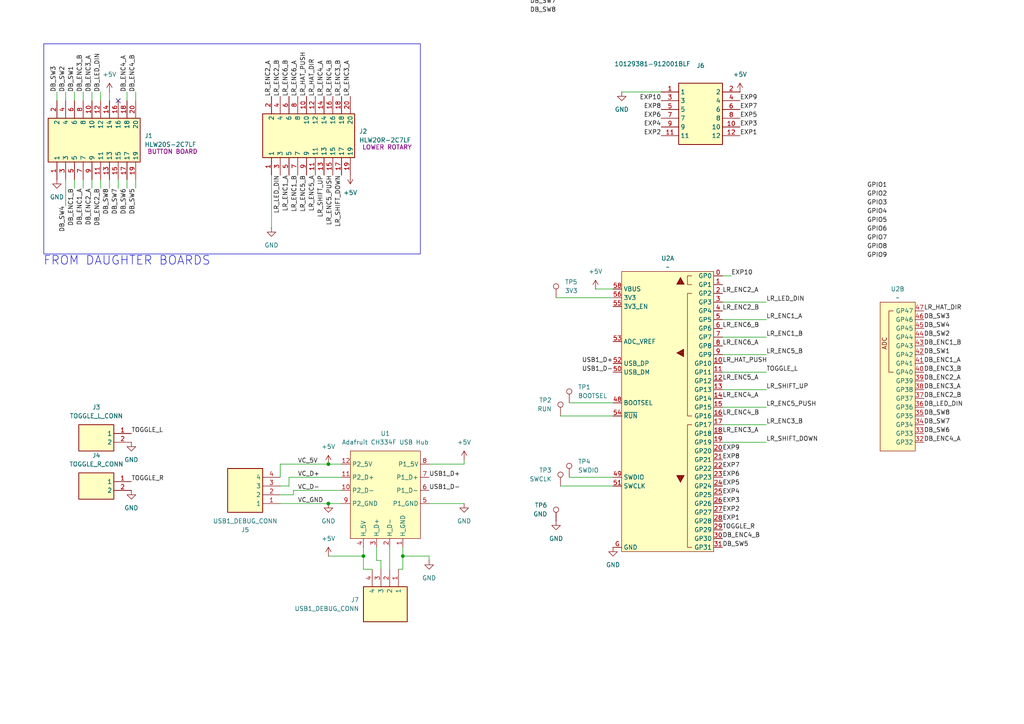
<source format=kicad_sch>
(kicad_sch (version 20250114) (generator "eeschema") (generator_version "9.0")
  (paper "A4")
  (lib_symbols
    (symbol "Connector:TestPoint" (pin_numbers (hide yes)) (pin_names (offset 0.762) (hide yes))
      (property "Reference" "TP" (at 0 6.858 0))
      (property "Value" "TestPoint" (at 0 5.08 0))
      (symbol "TestPoint_0_1"
        (circle (center 0 3.302) (radius 0.762))
      )
      (symbol "TestPoint_1_1"
        (pin passive line (at 0 0 90) (length 2.54) (name "1") (number "1"))
      )
    )
    (symbol "HLW20R-2C7LF_1"
      (property "Reference" "J" (at 9.398 7.112 0))
      (property "Value" "HLW20R-2C7LF" (at 4.064 4.826 0))
      (property "Nickname" "TO WHATEVER" (at 11.684 -25.654 0))
      (symbol "HLW20R-2C7LF_1_1_1"
        (rectangle (start 5.08 2.54) (end 17.78 -24.13) (stroke (width 0.254)) (fill (type background)))
        (pin passive line (at 0 0 0) (length 5.08) (name "1") (number "1"))
        (pin passive line (at 0 -2.54 0) (length 5.08) (name "3") (number "3"))
        (pin passive line (at 0 -5.08 0) (length 5.08) (name "5") (number "5"))
        (pin passive line (at 0 -7.62 0) (length 5.08) (name "7") (number "7"))
        (pin passive line (at 0 -10.16 0) (length 5.08) (name "9") (number "9"))
        (pin passive line (at 0 -12.7 0) (length 5.08) (name "11") (number "11"))
        (pin passive line (at 0 -15.24 0) (length 5.08) (name "13") (number "13"))
        (pin passive line (at 0 -17.78 0) (length 5.08) (name "15") (number "15"))
        (pin input line (at 0 -20.32 0) (length 5.08) (name "17") (number "17"))
        (pin input line (at 0 -22.86 0) (length 5.08) (name "19") (number "19"))
        (pin passive line (at 22.86 0 180) (length 5.08) (name "2") (number "2"))
        (pin passive line (at 22.86 -2.54 180) (length 5.08) (name "4") (number "4"))
        (pin passive line (at 22.86 -5.08 180) (length 5.08) (name "6") (number "6"))
        (pin passive line (at 22.86 -7.62 180) (length 5.08) (name "8") (number "8"))
        (pin passive line (at 22.86 -10.16 180) (length 5.08) (name "10") (number "10"))
        (pin passive line (at 22.86 -12.7 180) (length 5.08) (name "12") (number "12"))
        (pin passive line (at 22.86 -15.24 180) (length 5.08) (name "14") (number "14"))
        (pin passive line (at 22.86 -17.78 180) (length 5.08) (name "16") (number "16"))
        (pin input line (at 22.86 -20.32 180) (length 5.08) (name "18") (number "18"))
        (pin input line (at 22.86 -22.86 180) (length 5.08) (name "20") (number "20"))
      )
    )
    (symbol "PGA2350_ALT_1"
      (property "Reference" "U1" (at -1.016 43.18 0))
      (property "Value" "~" (at 40.2941 1.27 0))
      (symbol "PGA2350_ALT_1_1_1"
        (unit_name "U1A")
        (rectangle (start -13.97 41.91) (end 12.7 -39.37) (fill (type background)))
        (polyline (pts (xy 6.35 40.64) (xy 5.08 40.64) (xy 5.08 38.1) (xy 6.35 38.1)))
        (polyline (pts (xy 6.35 35.56) (xy 5.08 35.56) (xy 5.08 0) (xy 6.35 0)))
        (polyline (pts (xy 6.35 -2.54) (xy 5.08 -2.54) (xy 5.08 -38.1) (xy 6.35 -38.1)))
        (text "▲" (at 2.794 18.288 900) (effects (font (size 2.54 2.54))))
        (text "▲" (at 3.048 39.37 0) (effects (font (size 2.54 2.54))))
        (text "▼" (at 3.048 -18.034 0) (effects (font (size 2.54 2.54))))
        (pin bidirectional line (at -16.51 36.83 0) (length 2.54) (name "VBUS") (number "58"))
        (pin bidirectional line (at -16.51 34.29 0) (length 2.54) (name "3V3") (number "56"))
        (pin bidirectional line (at -16.51 31.75 0) (length 2.54) (name "3V3_EN") (number "55"))
        (pin bidirectional line (at -16.51 21.59 0) (length 2.54) (name "ADC_VREF") (number "53"))
        (pin bidirectional line (at -16.51 15.24 0) (length 2.54) (name "USB_DP") (number "52"))
        (pin bidirectional line (at -16.51 12.7 0) (length 2.54) (name "USB_DM") (number "50"))
        (pin bidirectional line (at -16.51 3.81 0) (length 2.54) (name "BOOTSEL") (number "48"))
        (pin bidirectional line (at -16.51 0 0) (length 2.54) (name "~{RUN}") (number "54"))
        (pin bidirectional line (at -16.51 -17.78 0) (length 2.54) (name "SWDIO") (number "49"))
        (pin bidirectional line (at -16.51 -20.32 0) (length 2.54) (name "SWCLK") (number "51"))
        (pin bidirectional line (at -16.51 -38.1 0) (length 2.54) (name "GND") (number "G"))
        (pin bidirectional line (at 15.24 40.64 180) (length 2.54) (name "GP0") (number "0"))
        (pin bidirectional line (at 15.24 38.1 180) (length 2.54) (name "GP1") (number "1"))
        (pin bidirectional line (at 15.24 35.56 180) (length 2.54) (name "GP2") (number "2"))
        (pin bidirectional line (at 15.24 33.02 180) (length 2.54) (name "GP3") (number "3"))
        (pin bidirectional line (at 15.24 30.48 180) (length 2.54) (name "GP4") (number "4"))
        (pin bidirectional line (at 15.24 27.94 180) (length 2.54) (name "GP5") (number "5"))
        (pin bidirectional line (at 15.24 25.4 180) (length 2.54) (name "GP6") (number "6"))
        (pin bidirectional line (at 15.24 22.86 180) (length 2.54) (name "GP7") (number "7"))
        (pin bidirectional line (at 15.24 20.32 180) (length 2.54) (name "GP8") (number "8"))
        (pin bidirectional line (at 15.24 17.78 180) (length 2.54) (name "GP9") (number "9"))
        (pin bidirectional line (at 15.24 15.24 180) (length 2.54) (name "GP10") (number "10"))
        (pin bidirectional line (at 15.24 12.7 180) (length 2.54) (name "GP11") (number "11"))
        (pin bidirectional line (at 15.24 10.16 180) (length 2.54) (name "GP12") (number "12"))
        (pin bidirectional line (at 15.24 7.62 180) (length 2.54) (name "GP13") (number "13"))
        (pin bidirectional line (at 15.24 5.08 180) (length 2.54) (name "GP14") (number "14"))
        (pin bidirectional line (at 15.24 2.54 180) (length 2.54) (name "GP15") (number "15"))
        (pin bidirectional line (at 15.24 0 180) (length 2.54) (name "GP16") (number "16"))
        (pin bidirectional line (at 15.24 -2.54 180) (length 2.54) (name "GP17") (number "17"))
        (pin bidirectional line (at 15.24 -5.08 180) (length 2.54) (name "GP18") (number "18"))
        (pin bidirectional line (at 15.24 -7.62 180) (length 2.54) (name "GP19") (number "19"))
        (pin bidirectional line (at 15.24 -10.16 180) (length 2.54) (name "GP20") (number "20"))
        (pin bidirectional line (at 15.24 -12.7 180) (length 2.54) (name "GP21") (number "21"))
        (pin bidirectional line (at 15.24 -15.24 180) (length 2.54) (name "GP22") (number "22"))
        (pin bidirectional line (at 15.24 -17.78 180) (length 2.54) (name "GP23") (number "23"))
        (pin bidirectional line (at 15.24 -20.32 180) (length 2.54) (name "GP24") (number "24"))
        (pin bidirectional line (at 15.24 -22.86 180) (length 2.54) (name "GP25") (number "25"))
        (pin bidirectional line (at 15.24 -25.4 180) (length 2.54) (name "GP26") (number "26"))
        (pin bidirectional line (at 15.24 -27.94 180) (length 2.54) (name "GP27") (number "27"))
        (pin bidirectional line (at 15.24 -30.48 180) (length 2.54) (name "GP28") (number "28"))
        (pin bidirectional line (at 15.24 -33.02 180) (length 2.54) (name "GP29") (number "29"))
        (pin bidirectional line (at 15.24 -35.56 180) (length 2.54) (name "GP30") (number "30"))
        (pin bidirectional line (at 15.24 -38.1 180) (length 2.54) (name "GP31") (number "31"))
      )
      (symbol "PGA2350_ALT_1_2_1"
        (unit_name "U1B")
        (rectangle (start -5.08 41.91) (end 5.08 -1.27) (fill (type background)))
        (polyline (pts (xy -1.27 39.37) (xy -2.54 39.37) (xy -2.54 21.59) (xy -1.27 21.59)))
        (text "ADC" (at -3.81 29.972 900) (effects (font (size 1.27 1.27))))
        (pin bidirectional line (at 7.62 39.37 180) (length 2.54) (name "GP47") (number "47"))
        (pin bidirectional line (at 7.62 36.83 180) (length 2.54) (name "GP46") (number "46"))
        (pin bidirectional line (at 7.62 34.29 180) (length 2.54) (name "GP45") (number "45"))
        (pin bidirectional line (at 7.62 31.75 180) (length 2.54) (name "GP44") (number "44"))
        (pin bidirectional line (at 7.62 29.21 180) (length 2.54) (name "GP43") (number "43"))
        (pin bidirectional line (at 7.62 26.67 180) (length 2.54) (name "GP42") (number "42"))
        (pin bidirectional line (at 7.62 24.13 180) (length 2.54) (name "GP41") (number "41"))
        (pin bidirectional line (at 7.62 21.59 180) (length 2.54) (name "GP40") (number "40"))
        (pin bidirectional line (at 7.62 19.05 180) (length 2.54) (name "GP39") (number "39"))
        (pin bidirectional line (at 7.62 16.51 180) (length 2.54) (name "GP38") (number "38"))
        (pin bidirectional line (at 7.62 13.97 180) (length 2.54) (name "GP37") (number "37"))
        (pin bidirectional line (at 7.62 11.43 180) (length 2.54) (name "GP36") (number "36"))
        (pin bidirectional line (at 7.62 8.89 180) (length 2.54) (name "GP35") (number "35"))
        (pin bidirectional line (at 7.62 6.35 180) (length 2.54) (name "GP34") (number "34"))
        (pin bidirectional line (at 7.62 3.81 180) (length 2.54) (name "GP33") (number "33"))
        (pin bidirectional line (at 7.62 1.27 180) (length 2.54) (name "GP32") (number "32"))
      )
    )
    (symbol "SamacSys_Parts:10129381-912001BLF"
      (property "Reference" "J" (at 19.05 7.62 0))
      (property "Value" "10129381-912001BLF" (at 19.05 5.08 0))
      (symbol "10129381-912001BLF_1_1"
        (rectangle (start 5.08 2.54) (end 17.78 -15.24) (stroke (width 0.254)) (fill (type background)))
        (pin passive line (at 0 0 0) (length 5.08) (name "1") (number "1"))
        (pin passive line (at 0 -2.54 0) (length 5.08) (name "3") (number "3"))
        (pin passive line (at 0 -5.08 0) (length 5.08) (name "5") (number "5"))
        (pin passive line (at 0 -7.62 0) (length 5.08) (name "7") (number "7"))
        (pin passive line (at 0 -10.16 0) (length 5.08) (name "9") (number "9"))
        (pin passive line (at 0 -12.7 0) (length 5.08) (name "11") (number "11"))
        (pin passive line (at 22.86 0 180) (length 5.08) (name "2") (number "2"))
        (pin passive line (at 22.86 -2.54 180) (length 5.08) (name "4") (number "4"))
        (pin passive line (at 22.86 -5.08 180) (length 5.08) (name "6") (number "6"))
        (pin passive line (at 22.86 -7.62 180) (length 5.08) (name "8") (number "8"))
        (pin passive line (at 22.86 -10.16 180) (length 5.08) (name "10") (number "10"))
        (pin passive line (at 22.86 -12.7 180) (length 5.08) (name "12") (number "12"))
      )
    )
    (symbol "SamacSys_Parts:Adafruit_CH334F_2Port"
      (property "Reference" "U" (at 0 16.002 0))
      (property "Value" "Adafruit CH334F USB Hub" (at 0.508 14.224 0))
      (symbol "Adafruit_CH334F_2Port_0_1"
        (rectangle (start -10.16 12.7) (end 10.16 -12.7) (fill (type background)))
      )
      (symbol "Adafruit_CH334F_2Port_1_1"
        (pin input line (at -12.7 8.89 0) (length 2.54) (name "P1_5V") (number "8"))
        (pin input line (at -12.7 5.08 0) (length 2.54) (name "P1_D+") (number "7"))
        (pin input line (at -12.7 1.27 0) (length 2.54) (name "P1_D-") (number "6"))
        (pin input line (at -12.7 -2.54 0) (length 2.54) (name "P1_GND") (number "5"))
        (pin input line (at -5.08 -15.24 90) (length 2.54) (name "H_GND") (number "1"))
        (pin input line (at -1.27 -15.24 90) (length 2.54) (name "H_D-") (number "2"))
        (pin input line (at 2.54 -15.24 90) (length 2.54) (name "H_D+") (number "3"))
        (pin input line (at 6.35 -15.24 90) (length 2.54) (name "H_5V") (number "4"))
        (pin input line (at 12.7 8.89 180) (length 2.54) (name "P2_5V") (number "12"))
        (pin input line (at 12.7 5.08 180) (length 2.54) (name "P2_D+") (number "11"))
        (pin input line (at 12.7 1.27 180) (length 2.54) (name "P2_D-") (number "10"))
        (pin input line (at 12.7 -2.54 180) (length 2.54) (name "P2_GND") (number "9"))
      )
    )
    (symbol "SamacSys_Parts:B02B-PASK_LF__SN_"
      (property "Reference" "J" (at 16.51 7.62 0))
      (property "Value" "B02B-PASK_LF__SN_" (at 16.51 5.08 0))
      (symbol "B02B-PASK_LF__SN__1_1"
        (rectangle (start 5.08 2.54) (end 15.24 -5.08) (stroke (width 0.254)) (fill (type background)))
        (pin passive line (at 0 0 0) (length 5.08) (name "2") (number "2"))
        (pin passive line (at 0 -2.54 0) (length 5.08) (name "1") (number "1"))
      )
    )
    (symbol "SamacSys_Parts:B04B-PASK_LF__SN_"
      (property "Reference" "J" (at 16.51 7.62 0))
      (property "Value" "B04B-PASK_LF__SN_" (at 16.51 5.08 0))
      (symbol "B04B-PASK_LF__SN__1_1"
        (rectangle (start 5.08 2.54) (end 15.24 -10.16) (stroke (width 0.254)) (fill (type background)))
        (pin passive line (at 0 0 0) (length 5.08) (name "4") (number "4"))
        (pin passive line (at 0 -2.54 0) (length 5.08) (name "3") (number "3"))
        (pin passive line (at 0 -5.08 0) (length 5.08) (name "2") (number "2"))
        (pin passive line (at 0 -7.62 0) (length 5.08) (name "1") (number "1"))
      )
    )
    (symbol "SamacSys_Parts:HLW20R-2C7LF"
      (property "Reference" "J" (at 9.398 7.112 0))
      (property "Value" "HLW20R-2C7LF" (at 4.064 4.826 0))
      (property "Nickname" "TO WHATEVER" (at 11.684 -25.654 0))
      (symbol "HLW20R-2C7LF_1_1"
        (rectangle (start 5.08 2.54) (end 17.78 -24.13) (stroke (width 0.254)) (fill (type background)))
        (pin passive line (at 0 0 0) (length 5.08) (name "1") (number "1"))
        (pin passive line (at 0 -2.54 0) (length 5.08) (name "3") (number "3"))
        (pin passive line (at 0 -5.08 0) (length 5.08) (name "5") (number "5"))
        (pin passive line (at 0 -7.62 0) (length 5.08) (name "7") (number "7"))
        (pin passive line (at 0 -10.16 0) (length 5.08) (name "9") (number "9"))
        (pin passive line (at 0 -12.7 0) (length 5.08) (name "11") (number "11"))
        (pin passive line (at 0 -15.24 0) (length 5.08) (name "13") (number "13"))
        (pin passive line (at 0 -17.78 0) (length 5.08) (name "15") (number "15"))
        (pin input line (at 0 -20.32 0) (length 5.08) (name "17") (number "17"))
        (pin input line (at 0 -22.86 0) (length 5.08) (name "19") (number "19"))
        (pin passive line (at 22.86 0 180) (length 5.08) (name "2") (number "2"))
        (pin passive line (at 22.86 -2.54 180) (length 5.08) (name "4") (number "4"))
        (pin passive line (at 22.86 -5.08 180) (length 5.08) (name "6") (number "6"))
        (pin passive line (at 22.86 -7.62 180) (length 5.08) (name "8") (number "8"))
        (pin passive line (at 22.86 -10.16 180) (length 5.08) (name "10") (number "10"))
        (pin passive line (at 22.86 -12.7 180) (length 5.08) (name "12") (number "12"))
        (pin passive line (at 22.86 -15.24 180) (length 5.08) (name "14") (number "14"))
        (pin passive line (at 22.86 -17.78 180) (length 5.08) (name "16") (number "16"))
        (pin input line (at 22.86 -20.32 180) (length 5.08) (name "18") (number "18"))
        (pin input line (at 22.86 -22.86 180) (length 5.08) (name "20") (number "20"))
      )
    )
    (symbol "isw-mcu:PGA2350_ALT"
      (property "Reference" "U1" (at -1.016 43.18 0))
      (property "Value" "~" (at 40.2941 1.27 0))
      (symbol "PGA2350_ALT_1_1"
        (unit_name "U1A")
        (rectangle (start -13.97 41.91) (end 12.7 -39.37) (fill (type background)))
        (polyline (pts (xy 6.35 40.64) (xy 5.08 40.64) (xy 5.08 38.1) (xy 6.35 38.1)))
        (polyline (pts (xy 6.35 35.56) (xy 5.08 35.56) (xy 5.08 0) (xy 6.35 0)))
        (polyline (pts (xy 6.35 -2.54) (xy 5.08 -2.54) (xy 5.08 -38.1) (xy 6.35 -38.1)))
        (text "▲" (at 2.794 18.288 900) (effects (font (size 2.54 2.54))))
        (text "▲" (at 3.048 39.37 0) (effects (font (size 2.54 2.54))))
        (text "▼" (at 3.048 -18.034 0) (effects (font (size 2.54 2.54))))
        (pin bidirectional line (at -16.51 36.83 0) (length 2.54) (name "VBUS") (number "58"))
        (pin bidirectional line (at -16.51 34.29 0) (length 2.54) (name "3V3") (number "56"))
        (pin bidirectional line (at -16.51 31.75 0) (length 2.54) (name "3V3_EN") (number "55"))
        (pin bidirectional line (at -16.51 21.59 0) (length 2.54) (name "ADC_VREF") (number "53"))
        (pin bidirectional line (at -16.51 15.24 0) (length 2.54) (name "USB_DP") (number "52"))
        (pin bidirectional line (at -16.51 12.7 0) (length 2.54) (name "USB_DM") (number "50"))
        (pin bidirectional line (at -16.51 3.81 0) (length 2.54) (name "BOOTSEL") (number "48"))
        (pin bidirectional line (at -16.51 0 0) (length 2.54) (name "~{RUN}") (number "54"))
        (pin bidirectional line (at -16.51 -17.78 0) (length 2.54) (name "SWDIO") (number "49"))
        (pin bidirectional line (at -16.51 -20.32 0) (length 2.54) (name "SWCLK") (number "51"))
        (pin bidirectional line (at -16.51 -38.1 0) (length 2.54) (name "GND") (number "G"))
        (pin bidirectional line (at 15.24 40.64 180) (length 2.54) (name "GP0") (number "0"))
        (pin bidirectional line (at 15.24 38.1 180) (length 2.54) (name "GP1") (number "1"))
        (pin bidirectional line (at 15.24 35.56 180) (length 2.54) (name "GP2") (number "2"))
        (pin bidirectional line (at 15.24 33.02 180) (length 2.54) (name "GP3") (number "3"))
        (pin bidirectional line (at 15.24 30.48 180) (length 2.54) (name "GP4") (number "4"))
        (pin bidirectional line (at 15.24 27.94 180) (length 2.54) (name "GP5") (number "5"))
        (pin bidirectional line (at 15.24 25.4 180) (length 2.54) (name "GP6") (number "6"))
        (pin bidirectional line (at 15.24 22.86 180) (length 2.54) (name "GP7") (number "7"))
        (pin bidirectional line (at 15.24 20.32 180) (length 2.54) (name "GP8") (number "8"))
        (pin bidirectional line (at 15.24 17.78 180) (length 2.54) (name "GP9") (number "9"))
        (pin bidirectional line (at 15.24 15.24 180) (length 2.54) (name "GP10") (number "10"))
        (pin bidirectional line (at 15.24 12.7 180) (length 2.54) (name "GP11") (number "11"))
        (pin bidirectional line (at 15.24 10.16 180) (length 2.54) (name "GP12") (number "12"))
        (pin bidirectional line (at 15.24 7.62 180) (length 2.54) (name "GP13") (number "13"))
        (pin bidirectional line (at 15.24 5.08 180) (length 2.54) (name "GP14") (number "14"))
        (pin bidirectional line (at 15.24 2.54 180) (length 2.54) (name "GP15") (number "15"))
        (pin bidirectional line (at 15.24 0 180) (length 2.54) (name "GP16") (number "16"))
        (pin bidirectional line (at 15.24 -2.54 180) (length 2.54) (name "GP17") (number "17"))
        (pin bidirectional line (at 15.24 -5.08 180) (length 2.54) (name "GP18") (number "18"))
        (pin bidirectional line (at 15.24 -7.62 180) (length 2.54) (name "GP19") (number "19"))
        (pin bidirectional line (at 15.24 -10.16 180) (length 2.54) (name "GP20") (number "20"))
        (pin bidirectional line (at 15.24 -12.7 180) (length 2.54) (name "GP21") (number "21"))
        (pin bidirectional line (at 15.24 -15.24 180) (length 2.54) (name "GP22") (number "22"))
        (pin bidirectional line (at 15.24 -17.78 180) (length 2.54) (name "GP23") (number "23"))
        (pin bidirectional line (at 15.24 -20.32 180) (length 2.54) (name "GP24") (number "24"))
        (pin bidirectional line (at 15.24 -22.86 180) (length 2.54) (name "GP25") (number "25"))
        (pin bidirectional line (at 15.24 -25.4 180) (length 2.54) (name "GP26") (number "26"))
        (pin bidirectional line (at 15.24 -27.94 180) (length 2.54) (name "GP27") (number "27"))
        (pin bidirectional line (at 15.24 -30.48 180) (length 2.54) (name "GP28") (number "28"))
        (pin bidirectional line (at 15.24 -33.02 180) (length 2.54) (name "GP29") (number "29"))
        (pin bidirectional line (at 15.24 -35.56 180) (length 2.54) (name "GP30") (number "30"))
        (pin bidirectional line (at 15.24 -38.1 180) (length 2.54) (name "GP31") (number "31"))
      )
      (symbol "PGA2350_ALT_2_1"
        (unit_name "U1B")
        (rectangle (start -5.08 41.91) (end 5.08 -1.27) (fill (type background)))
        (pin bidirectional line (at 7.62 39.37 180) (length 2.54) (name "GP47") (number "47"))
        (pin bidirectional line (at 7.62 36.83 180) (length 2.54) (name "GP46") (number "46"))
        (pin bidirectional line (at 7.62 34.29 180) (length 2.54) (name "GP45") (number "45"))
        (pin bidirectional line (at 7.62 31.75 180) (length 2.54) (name "GP44") (number "44"))
        (pin bidirectional line (at 7.62 29.21 180) (length 2.54) (name "GP43") (number "43"))
        (pin bidirectional line (at 7.62 26.67 180) (length 2.54) (name "GP42") (number "42"))
        (pin bidirectional line (at 7.62 24.13 180) (length 2.54) (name "GP41") (number "41"))
        (pin bidirectional line (at 7.62 21.59 180) (length 2.54) (name "GP40") (number "40"))
        (pin bidirectional line (at 7.62 19.05 180) (length 2.54) (name "GP39") (number "39"))
        (pin bidirectional line (at 7.62 16.51 180) (length 2.54) (name "GP38") (number "38"))
        (pin bidirectional line (at 7.62 13.97 180) (length 2.54) (name "GP37") (number "37"))
        (pin bidirectional line (at 7.62 11.43 180) (length 2.54) (name "GP36") (number "36"))
        (pin bidirectional line (at 7.62 8.89 180) (length 2.54) (name "GP35") (number "35"))
        (pin bidirectional line (at 7.62 6.35 180) (length 2.54) (name "GP34") (number "34"))
        (pin bidirectional line (at 7.62 3.81 180) (length 2.54) (name "GP33") (number "33"))
        (pin bidirectional line (at 7.62 1.27 180) (length 2.54) (name "GP32") (number "32"))
      )
    )
    (symbol "power:+5V" (power) (pin_numbers (hide yes)) (pin_names (offset 0) (hide yes))
      (property "Value" "+5V" (at 0 3.556 0))
      (symbol "+5V_0_1"
        (polyline (pts (xy -0.762 1.27) (xy 0 2.54)))
        (polyline (pts (xy 0 2.54) (xy 0.762 1.27)))
        (polyline (pts (xy 0 0) (xy 0 2.54)))
      )
      (symbol "+5V_1_1"
        (pin power_in line (at 0 0 90) (length 0) (name "~") (number "1"))
      )
    )
    (symbol "power:GND" (power) (pin_numbers (hide yes)) (pin_names (offset 0) (hide yes))
      (property "Value" "GND" (at 0 -3.81 0))
      (symbol "GND_0_1"
        (polyline (pts (xy 0 0) (xy 0 -1.27) (xy 1.27 -1.27) (xy 0 -2.54) (xy -1.27 -1.27) (xy 0 -1.27)))
      )
      (symbol "GND_1_1"
        (pin power_in line (at 0 0 270) (length 0) (name "~") (number "1"))
      )
    )
  )
  (rectangle (start 12.7 12.7) (end 121.92 73.66))
  (text "FROM DAUGHTER BOARDS" (at 36.83 75.692 0) (effects (font (size 2.54 2.54))))
  (junction (at 105.41 161.29))
  (junction (at 95.25 134.62))
  (junction (at 95.25 146.05))
  (junction (at 116.84 161.29))
  (no_connect (at 34.29 29.21))
  (wire (pts (xy 110.49 162.56) (xy 110.49 165.1)))
  (wire (pts (xy 31.75 52.07) (xy 31.75 54.61)))
  (wire (pts (xy 209.55 92.71) (xy 222.25 92.71)))
  (wire (pts (xy 222.25 128.27) (xy 209.55 128.27)))
  (wire (pts (xy 209.55 87.63) (xy 222.25 87.63)))
  (wire (pts (xy 19.05 26.67) (xy 19.05 29.21)))
  (wire (pts (xy 24.13 52.07) (xy 24.13 54.61)))
  (wire (pts (xy 124.46 146.05) (xy 134.62 146.05)))
  (wire (pts (xy 105.41 165.1) (xy 107.95 165.1)))
  (wire (pts (xy 21.59 26.67) (xy 21.59 29.21)))
  (wire (pts (xy 81.28 146.05) (xy 95.25 146.05)))
  (wire (pts (xy 172.72 83.82) (xy 177.8 83.82)))
  (wire (pts (xy 26.67 52.07) (xy 26.67 54.61)))
  (wire (pts (xy 36.83 26.67) (xy 36.83 29.21)))
  (wire (pts (xy 116.84 165.1) (xy 115.57 165.1)))
  (wire (pts (xy 29.21 26.67) (xy 29.21 29.21)))
  (wire (pts (xy 29.21 52.07) (xy 29.21 54.61)))
  (wire (pts (xy 39.37 52.07) (xy 39.37 54.61)))
  (wire (pts (xy 39.37 26.67) (xy 39.37 29.21)))
  (wire (pts (xy 222.25 97.79) (xy 209.55 97.79)))
  (wire (pts (xy 105.41 161.29) (xy 105.41 165.1)))
  (wire (pts (xy 31.75 26.67) (xy 31.75 29.21)))
  (wire (pts (xy 222.25 123.19) (xy 209.55 123.19)))
  (wire (pts (xy 222.25 118.11) (xy 209.55 118.11)))
  (wire (pts (xy 19.05 52.07) (xy 19.05 59.69)))
  (wire (pts (xy 134.62 133.35) (xy 134.62 134.62)))
  (wire (pts (xy 26.67 26.67) (xy 26.67 29.21)))
  (wire (pts (xy 109.22 162.56) (xy 110.49 162.56)))
  (wire (pts (xy 124.46 161.29) (xy 116.84 161.29)))
  (wire (pts (xy 222.25 107.95) (xy 209.55 107.95)))
  (wire (pts (xy 165.1 116.84) (xy 177.8 116.84)))
  (wire (pts (xy 95.25 146.05) (xy 99.06 146.05)))
  (wire (pts (xy 222.25 113.03) (xy 209.55 113.03)))
  (wire (pts (xy 109.22 158.75) (xy 109.22 162.56)))
  (wire (pts (xy 83.82 138.43) (xy 83.82 140.97)))
  (wire (pts (xy 124.46 162.56) (xy 124.46 161.29)))
  (wire (pts (xy 81.28 134.62) (xy 95.25 134.62)))
  (wire (pts (xy 83.82 138.43) (xy 99.06 138.43)))
  (wire (pts (xy 222.25 102.87) (xy 209.55 102.87)))
  (wire (pts (xy 34.29 52.07) (xy 34.29 54.61)))
  (wire (pts (xy 165.1 138.43) (xy 177.8 138.43)))
  (wire (pts (xy 105.41 158.75) (xy 105.41 161.29)))
  (wire (pts (xy 16.51 26.67) (xy 16.51 29.21)))
  (wire (pts (xy 105.41 161.29) (xy 95.25 161.29)))
  (wire (pts (xy 78.74 50.8) (xy 78.74 66.04)))
  (wire (pts (xy 83.82 140.97) (xy 81.28 140.97)))
  (wire (pts (xy 85.09 142.24) (xy 99.06 142.24)))
  (wire (pts (xy 21.59 52.07) (xy 21.59 54.61)))
  (wire (pts (xy 116.84 161.29) (xy 116.84 165.1)))
  (wire (pts (xy 85.09 142.24) (xy 85.09 143.51)))
  (wire (pts (xy 24.13 26.67) (xy 24.13 29.21)))
  (wire (pts (xy 212.09 80.01) (xy 209.55 80.01)))
  (wire (pts (xy 81.28 134.62) (xy 81.28 138.43)))
  (wire (pts (xy 113.03 158.75) (xy 113.03 165.1)))
  (wire (pts (xy 36.83 52.07) (xy 36.83 54.61)))
  (wire (pts (xy 95.25 134.62) (xy 99.06 134.62)))
  (wire (pts (xy 162.56 120.65) (xy 177.8 120.65)))
  (wire (pts (xy 85.09 143.51) (xy 81.28 143.51)))
  (wire (pts (xy 116.84 161.29) (xy 116.84 158.75)))
  (wire (pts (xy 161.29 86.36) (xy 177.8 86.36)))
  (wire (pts (xy 162.56 140.97) (xy 177.8 140.97)))
  (wire (pts (xy 124.46 134.62) (xy 134.62 134.62)))
  (wire (pts (xy 180.34 26.67) (xy 191.77 26.67)))
  (label "DB_ENC4_B" (at 39.37 26.67 90))
  (label "TOGGLE_R" (at 38.1 139.7 0))
  (label "LR_ENC4_B" (at 96.52 27.94 90))
  (label "DB_SW6" (at 36.83 54.61 270))
  (label "DB_ENC1_A" (at 24.13 54.61 270))
  (label "DB_SW8" (at 267.97 120.65 0))
  (label "TOGGLE_R" (at 209.55 153.67 0))
  (label "LR_ENC2_B" (at 209.55 90.17 0))
  (label "LR_ENC6_B" (at 209.55 95.25 0))
  (label "USB1_D+" (at 177.8 105.41 180))
  (label "DB_ENC1_B" (at 21.59 54.61 270))
  (label "LR_ENC3_A" (at 209.55 125.73 0))
  (label "DB_SW6" (at 267.97 125.73 0))
  (label "EXP8" (at 209.55 133.35 0))
  (label "DB_SW6" (at 161.29 -1.27 180))
  (label "LR_ENC5_A" (at 209.55 110.49 0))
  (label "LR_ENC5_PUSH" (at 96.52 50.8 270))
  (label "LR_ENC5_A" (at 91.44 50.8 270))
  (label "LR_HAT_DIR" (at 267.97 90.17 0))
  (label "LR_ENC3_B" (at 99.06 27.94 90))
  (label "EXP4" (at 191.77 36.83 180))
  (label "DB_ENC2_B" (at 267.97 115.57 0))
  (label "LR_SHIFT_UP" (at 93.98 50.8 270))
  (label "LR_ENC2_B" (at 81.28 27.94 90))
  (label "EXP1" (at 214.63 39.37 0))
  (label "EXP5" (at 214.63 34.29 0))
  (label "LR_ENC5_B" (at 88.9 50.8 270))
  (label "LR_ENC6_A" (at 86.36 27.94 90))
  (label "DB_SW2" (at 19.05 26.67 90))
  (label "DB_ENC4_A" (at 36.83 26.67 90))
  (label "EXP7" (at 209.55 135.89 0))
  (label "DB_SW8" (at 31.75 54.61 270))
  (label "EXP8" (at 191.77 31.75 180))
  (label "GPIO8" (at 251.46 72.39 0))
  (label "DB_SW1" (at 267.97 102.87 0))
  (label "LR_ENC3_B" (at 222.25 123.19 0))
  (label "LR_ENC3_A" (at 101.6 27.94 90))
  (label "LR_ENC5_B" (at 222.25 102.87 0))
  (label "LR_ENC1_A" (at 83.82 50.8 270))
  (label "DB_SW5" (at 39.37 54.61 270))
  (label "GPIO9" (at 251.46 74.93 0))
  (label "EXP10" (at 191.77 29.21 180))
  (label "EXP6" (at 209.55 138.43 0))
  (label "LR_ENC1_B" (at 86.36 50.8 270))
  (label "LR_SHIFT_DOWN" (at 99.06 50.8 270))
  (label "EXP5" (at 209.55 140.97 0))
  (label "EXP6" (at 191.77 34.29 180))
  (label "EXP2" (at 209.55 148.59 0))
  (label "LR_LED_DIN" (at 222.25 87.63 0))
  (label "DB_ENC1_A" (at 267.97 105.41 0))
  (label "DB_SW7" (at 267.97 123.19 0))
  (label "LR_ENC6_A" (at 209.55 100.33 0))
  (label "EXP2" (at 191.77 39.37 180))
  (label "VC_D-" (at 86.36 142.24 0))
  (label "EXP3" (at 214.63 36.83 0))
  (label "LR_SHIFT_DOWN" (at 222.25 128.27 0))
  (label "VC_5V" (at 86.36 134.62 0))
  (label "LR_ENC4_A" (at 209.55 115.57 0))
  (label "LR_ENC5_PUSH" (at 222.25 118.11 0))
  (label "DB_LED_DIN" (at 267.97 118.11 0))
  (label "LR_ENC2_A" (at 209.55 85.09 0))
  (label "GPIO3" (at 251.46 59.69 0))
  (label "EXP3" (at 209.55 146.05 0))
  (label "GPIO2" (at 251.46 57.15 0))
  (label "LR_HAT_PUSH" (at 209.55 105.41 0))
  (label "LR_ENC1_B" (at 222.25 97.79 0))
  (label "TOGGLE_L" (at 38.1 125.73 0))
  (label "GPIO1" (at 251.46 54.61 0))
  (label "DB_ENC1_B" (at 267.97 100.33 0))
  (label "VC_D+" (at 86.36 138.43 0))
  (label "DB_ENC3_B" (at 267.97 107.95 0))
  (label "EXP9" (at 209.55 130.81 0))
  (label "LR_ENC1_A" (at 222.25 92.71 0))
  (label "EXP7" (at 214.63 31.75 0))
  (label "LR_ENC2_A" (at 78.74 27.94 90))
  (label "DB_ENC3_A" (at 267.97 113.03 0))
  (label "DB_ENC2_A" (at 26.67 54.61 270))
  (label "DB_SW8" (at 161.29 3.81 180))
  (label "DB_SW3" (at 16.51 26.67 90))
  (label "USB1_D-" (at 124.46 142.24 0))
  (label "TOGGLE_L" (at 222.25 107.95 0))
  (label "DB_SW3" (at 267.97 92.71 0))
  (label "DB_ENC3_A" (at 26.67 26.67 90))
  (label "LR_HAT_PUSH" (at 88.9 27.94 90))
  (label "DB_ENC2_A" (at 267.97 110.49 0))
  (label "DB_ENC4_B" (at 209.55 156.21 0))
  (label "DB_ENC4_A" (at 267.97 128.27 0))
  (label "DB_ENC2_B" (at 29.21 54.61 270))
  (label "DB_SW4" (at 267.97 95.25 0))
  (label "USB1_D+" (at 124.46 138.43 0))
  (label "DB_SW2" (at 267.97 97.79 0))
  (label "EXP1" (at 209.55 151.13 0))
  (label "USB1_D-" (at 177.8 107.95 180))
  (label "GPIO5" (at 251.46 64.77 0))
  (label "DB_SW4" (at 19.05 59.69 270))
  (label "LR_LED_DIN" (at 81.28 50.8 270))
  (label "EXP4" (at 209.55 143.51 0))
  (label "VC_GND" (at 86.36 146.05 0))
  (label "LR_SHIFT_UP" (at 222.25 113.03 0))
  (label "EXP9" (at 214.63 29.21 0))
  (label "LR_HAT_DIR" (at 91.44 27.94 90))
  (label "EXP10" (at 212.09 80.01 0))
  (label "LR_ENC4_B" (at 209.55 120.65 0))
  (label "LR_ENC4_A" (at 93.98 27.94 90))
  (label "DB_SW7" (at 161.29 1.27 180))
  (label "LR_ENC6_B" (at 83.82 27.94 90))
  (label "DB_SW7" (at 34.29 54.61 270))
  (label "DB_SW5" (at 209.55 158.75 0))
  (label "GPIO7" (at 251.46 69.85 0))
  (label "GPIO4" (at 251.46 62.23 0))
  (label "DB_SW1" (at 21.59 26.67 90))
  (label "DB_ENC3_B" (at 24.13 26.67 90))
  (label "DB_LED_DIN" (at 29.21 26.67 90))
  (label "GPIO6" (at 251.46 67.31 0))
  (symbol (lib_id "power:+5V") (at 134.62 133.35 0) (unit 1)
    (property "Reference" "#PWR010" (effects (hide yes)))
    (property "Value" "+5V" (at 134.62 128.27 0))
    (property "Description" "Power symbol creates a global label with name \"+5V\"" (effects (hide yes)))
  )
  (symbol (lib_id "SamacSys_Parts:Adafruit_CH334F_2Port") (at 111.76 143.51 0) (mirror y) (unit 1)
    (property "Reference" "U1" (at 111.76 125.73 0))
    (property "Value" "Adafruit CH334F USB Hub" (at 111.76 128.27 0))
    (property "Footprint" "SamacSys_Parts:Adafruit_CH334F_2Port" (effects (hide yes)))
  )
  (symbol (lib_id "SamacSys_Parts:B02B-PASK_LF__SN_") (at 38.1 142.24 180) (unit 1)
    (property "Reference" "J4" (at 27.94 132.08 0))
    (property "Value" "TOGGLE_R_CONN" (at 27.94 134.62 0))
    (property "Footprint" "SamacSys_Parts:B02BPASKLFSN" (effects (hide yes)))
    (property "Datasheet" "https://datasheet.datasheetarchive.com/originals/dk/DKDS41/DSANUWW0025340.pdf" (effects (hide yes)))
    (property "Description" "CONN HEADER VERT 2POS 2MM" (effects (hide yes)))
    (property "Height" "7.7" (effects (hide yes)))
    (property "Mouser Part Number" "306-B02BPASKLFSN" (effects (hide yes)))
    (property "Mouser Price/Stock" "https://www.mouser.co.uk/ProductDetail/JST-Commercial/B02B-PASKLFSN?qs=QpmGXVUTftHnV4RF3PfMgg%3D%3D" (effects (hide yes)))
    (property "Manufacturer_Name" "JST (JAPAN SOLDERLESS TERMINALS)" (effects (hide yes)))
    (property "Manufacturer_Part_Number" "B02B-PASK(LF)(SN)" (effects (hide yes)))
  )
  (symbol (lib_id "Connector:TestPoint") (at 161.29 151.13 0) (mirror y) (unit 1)
    (property "Reference" "TP6" (at 158.75 146.5579 0) (effects (justify left)))
    (property "Value" "GND" (at 158.75 149.0979 0) (effects (justify left)))
    (property "Footprint" "TestPoint:TestPoint_Keystone_5005-5009_Compact" (effects (hide yes)))
    (property "Description" "test point" (effects (hide yes)))
  )
  (symbol (lib_id "power:GND") (at 95.25 146.05 0) (unit 1)
    (property "Reference" "#PWR06" (effects (hide yes)))
    (property "Value" "GND" (at 95.25 151.13 0))
    (property "Description" "Power symbol creates a global label with name \"GND\" , ground" (effects (hide yes)))
  )
  (symbol (lib_id "Connector:TestPoint") (at 162.56 120.65 0) (mirror y) (unit 1)
    (property "Reference" "TP2" (at 160.02 116.0779 0) (effects (justify left)))
    (property "Value" "RUN" (at 160.02 118.6179 0) (effects (justify left)))
    (property "Footprint" "TestPoint:TestPoint_Keystone_5005-5009_Compact" (effects (hide yes)))
    (property "Description" "test point" (effects (hide yes)))
  )
  (symbol (lib_id "power:GND") (at 177.8 158.75 0) (unit 1)
    (property "Reference" "#PWR016" (effects (hide yes)))
    (property "Value" "GND" (at 177.8 163.83 0))
    (property "Description" "Power symbol creates a global label with name \"GND\" , ground" (effects (hide yes)))
  )
  (symbol (lib_name "PGA2350_ALT_1") (lib_id "isw-mcu:PGA2350_ALT") (at 260.35 129.54 0) (unit 2)
    (property "Reference" "U2" (at 260.35 83.82 0))
    (property "Value" "~" (at 260.35 86.36 0))
    (property "Footprint" "isw-kbd:PGA2350_ALT" (effects (hide yes)))
  )
  (symbol (lib_id "Connector:TestPoint") (at 161.29 86.36 0) (unit 1)
    (property "Reference" "TP5" (at 163.83 81.7879 0) (effects (justify left)))
    (property "Value" "3V3" (at 163.83 84.3279 0) (effects (justify left)))
    (property "Footprint" "TestPoint:TestPoint_Keystone_5005-5009_Compact" (effects (hide yes)))
    (property "Description" "test point" (effects (hide yes)))
  )
  (symbol (lib_id "SamacSys_Parts:HLW20R-2C7LF") (at 78.74 50.8 90) (unit 1)
    (property "Reference" "J2" (at 104.14 38.0999 90) (effects (justify right)))
    (property "Value" "HLW20R-2C7LF" (at 104.14 40.6399 90) (effects (justify right)))
    (property "Footprint" "SamacSys_Parts:AMPHENOL_HLW20R-2C7LF" (effects (hide yes)))
    (property "Datasheet" "https://cdn.amphenol-cs.com/media/wysiwyg/files/drawing/hlw01lf.pdf" (effects (hide yes)))
    (property "Description" "FFC & FPC Connectors 1.00mm Flex Connectors, HLW-R series, 16 Position, Side Entry Non-ZIF Connector, 1mm (0.039inch) Pitch, Kinked Terminal" (effects (hide yes)))
    (property "Height" "4.1" (effects (hide yes)))
    (property "Mouser Part Number" "649-HLW16R-2C7LF" (effects (hide yes)))
    (property "Mouser Price/Stock" "https://www.mouser.co.uk/ProductDetail/Amphenol-FCI/HLW16R-2C7LF?qs=1Qbx6cv8UfXed2WxfKfS6A%3D%3D" (effects (hide yes)))
    (property "Manufacturer_Name" "Amphenol" (effects (hide yes)))
    (property "Manufacturer_Part_Number" "HLW16R-2C7LF" (effects (hide yes)))
    (property "Nickname" "LOWER ROTARY" (at 112.268 42.672 90))
  )
  (symbol (lib_id "isw-mcu:PGA2350_ALT") (at 194.31 120.65 0) (unit 1)
    (property "Reference" "U2" (at 193.675 74.93 0))
    (property "Value" "~" (at 193.675 77.47 0))
    (property "Footprint" "isw-kbd:PGA2350_ALT" (effects (hide yes)))
  )
  (symbol (lib_id "power:GND") (at 38.1 142.24 0) (unit 1)
    (property "Reference" "#PWR04" (effects (hide yes)))
    (property "Value" "GND" (at 38.1 147.32 0))
    (property "Description" "Power symbol creates a global label with name \"GND\" , ground" (effects (hide yes)))
  )
  (symbol (lib_id "power:GND") (at 161.29 151.13 0) (unit 1)
    (property "Reference" "#PWR019" (effects (hide yes)))
    (property "Value" "GND" (at 161.29 156.21 0))
    (property "Description" "Power symbol creates a global label with name \"GND\" , ground" (effects (hide yes)))
  )
  (symbol (lib_id "power:GND") (at 124.46 162.56 0) (unit 1)
    (property "Reference" "#PWR013" (effects (hide yes)))
    (property "Value" "GND" (at 124.46 167.64 0))
    (property "Description" "Power symbol creates a global label with name \"GND\" , ground" (effects (hide yes)))
  )
  (symbol (lib_id "SamacSys_Parts:10129381-912001BLF") (at 191.77 26.67 0) (unit 1)
    (property "Reference" "J6" (at 203.2 19.05 0))
    (property "Value" "10129381-912001BLF" (at 189.23 18.542 0))
    (property "Footprint" "SamacSys_Parts:HDRV12W67P254_2X6_1524X483X858P" (effects (hide yes)))
    (property "Datasheet" "https://cdn.amphenol-cs.com/media/wysiwyg/files/drawing/10129381.pdf" (effects (hide yes)))
    (property "Description" "EconoStik&trade;, Board to Board connector, Unshrouded Vertical Header, Through Hole, Double Row, 12 Positions, 2.54 mm (0.100in) Pitch." (effects (hide yes)))
    (property "Height" "8.58" (effects (hide yes)))
    (property "Manufacturer_Name" "Amphenol Communications Solutions" (effects (hide yes)))
    (property "Manufacturer_Part_Number" "10129381-912001BLF" (effects (hide yes)))
  )
  (symbol (lib_id "Connector:TestPoint") (at 165.1 138.43 0) (unit 1)
    (property "Reference" "TP4" (at 167.64 133.8579 0) (effects (justify left)))
    (property "Value" "SWDIO" (at 167.64 136.3979 0) (effects (justify left)))
    (property "Footprint" "TestPoint:TestPoint_Keystone_5005-5009_Compact" (effects (hide yes)))
    (property "Description" "test point" (effects (hide yes)))
  )
  (symbol (lib_id "power:GND") (at 78.74 66.04 0) (unit 1)
    (property "Reference" "#PWR09" (effects (hide yes)))
    (property "Value" "GND" (at 78.74 71.12 0))
    (property "Description" "Power symbol creates a global label with name \"GND\" , ground" (effects (hide yes)))
  )
  (symbol (lib_id "power:GND") (at 134.62 146.05 0) (unit 1)
    (property "Reference" "#PWR011" (effects (hide yes)))
    (property "Value" "GND" (at 134.62 151.13 0))
    (property "Description" "Power symbol creates a global label with name \"GND\" , ground" (effects (hide yes)))
  )
  (symbol (lib_id "power:GND") (at 16.51 52.07 0) (unit 1)
    (property "Reference" "#PWR01" (effects (hide yes)))
    (property "Value" "GND" (at 16.51 57.15 0))
    (property "Description" "Power symbol creates a global label with name \"GND\" , ground" (effects (hide yes)))
  )
  (symbol (lib_name "HLW20R-2C7LF_1") (lib_id "SamacSys_Parts:HLW20R-2C7LF") (at 16.51 52.07 90) (unit 1)
    (property "Reference" "J1" (at 41.91 39.3699 90) (effects (justify right)))
    (property "Value" "HLW20S-2C7LF" (at 41.91 41.9099 90) (effects (justify right)))
    (property "Footprint" "SamacSys_Parts:AMPHENOL_HLW20S2C7LF" (effects (hide yes)))
    (property "Datasheet" "https://cdn.amphenol-cs.com/media/wysiwyg/files/drawing/hlw01lf.pdf" (effects (hide yes)))
    (property "Description" "FFC & FPC Connectors 1.00mm Flex Connectors, HLW-R series, 16 Position, Side Entry Non-ZIF Connector, 1mm (0.039inch) Pitch, Kinked Terminal" (effects (hide yes)))
    (property "Height" "4.1" (effects (hide yes)))
    (property "Mouser Part Number" "649-HLW16R-2C7LF" (effects (hide yes)))
    (property "Mouser Price/Stock" "https://www.mouser.co.uk/ProductDetail/Amphenol-FCI/HLW16R-2C7LF?qs=1Qbx6cv8UfXed2WxfKfS6A%3D%3D" (effects (hide yes)))
    (property "Manufacturer_Name" "Amphenol" (effects (hide yes)))
    (property "Manufacturer_Part_Number" "HLW16R-2C7LF" (effects (hide yes)))
    (property "Nickname" "BUTTON BOARD" (at 50.038 43.942 90))
  )
  (symbol (lib_id "power:+5V") (at 214.63 26.67 0) (unit 1)
    (property "Reference" "#PWR020" (effects (hide yes)))
    (property "Value" "+5V" (at 214.63 21.59 0))
    (property "Description" "Power symbol creates a global label with name \"+5V\"" (effects (hide yes)))
  )
  (symbol (lib_id "power:+5V") (at 172.72 83.82 0) (unit 1)
    (property "Reference" "#PWR015" (effects (hide yes)))
    (property "Value" "+5V" (at 172.72 78.74 0))
    (property "Description" "Power symbol creates a global label with name \"+5V\"" (effects (hide yes)))
  )
  (symbol (lib_id "power:+5V") (at 101.6 50.8 180) (unit 1)
    (property "Reference" "#PWR012" (effects (hide yes)))
    (property "Value" "+5V" (at 101.6 55.88 0))
    (property "Description" "Power symbol creates a global label with name \"+5V\"" (effects (hide yes)))
  )
  (symbol (lib_id "SamacSys_Parts:B04B-PASK_LF__SN_") (at 107.95 165.1 90) (mirror x) (unit 1)
    (property "Reference" "J7" (at 104.14 173.9899 90) (effects (justify left)))
    (property "Value" "USB1_DEBUG_CONN" (at 104.14 176.5299 90) (effects (justify left)))
    (property "Footprint" "SamacSys_Parts:B04BPASKLFSN" (effects (hide yes)))
    (property "Datasheet" "http://www.jst-mfg.com/product/pdf/eng/ePA-F.pdf" (effects (hide yes)))
    (property "Description" "CONN HEADER VERT 4POS 2MM" (effects (hide yes)))
    (property "Height" "7.7" (effects (hide yes)))
    (property "Mouser Part Number" "306-B04BPASKLFSN" (effects (hide yes)))
    (property "Mouser Price/Stock" "https://www.mouser.co.uk/ProductDetail/JST-Commercial/B04B-PASKLFSN?qs=QpmGXVUTftHwuTJuY60hMA%3D%3D" (effects (hide yes)))
    (property "Manufacturer_Name" "JST (JAPAN SOLDERLESS TERMINALS)" (effects (hide yes)))
    (property "Manufacturer_Part_Number" "B04B-PASK(LF)(SN)" (effects (hide yes)))
  )
  (symbol (lib_id "power:GND") (at 180.34 26.67 0) (unit 1)
    (property "Reference" "#PWR021" (effects (hide yes)))
    (property "Value" "GND" (at 180.34 31.75 0))
    (property "Description" "Power symbol creates a global label with name \"GND\" , ground" (effects (hide yes)))
  )
  (symbol (lib_id "power:+5V") (at 95.25 134.62 0) (unit 1)
    (property "Reference" "#PWR05" (effects (hide yes)))
    (property "Value" "+5V" (at 95.25 129.54 0))
    (property "Description" "Power symbol creates a global label with name \"+5V\"" (effects (hide yes)))
  )
  (symbol (lib_id "power:GND") (at 38.1 128.27 0) (unit 1)
    (property "Reference" "#PWR03" (effects (hide yes)))
    (property "Value" "GND" (at 38.1 133.35 0))
    (property "Description" "Power symbol creates a global label with name \"GND\" , ground" (effects (hide yes)))
  )
  (symbol (lib_id "Connector:TestPoint") (at 165.1 116.84 0) (unit 1)
    (property "Reference" "TP1" (at 167.64 112.2679 0) (effects (justify left)))
    (property "Value" "BOOTSEL" (at 167.64 114.8079 0) (effects (justify left)))
    (property "Footprint" "TestPoint:TestPoint_Keystone_5005-5009_Compact" (effects (hide yes)))
    (property "Description" "test point" (effects (hide yes)))
  )
  (symbol (lib_id "SamacSys_Parts:B04B-PASK_LF__SN_") (at 81.28 138.43 0) (mirror y) (unit 1)
    (property "Reference" "J5" (at 71.12 153.67 0))
    (property "Value" "USB1_DEBUG_CONN" (at 71.12 151.13 0))
    (property "Footprint" "SamacSys_Parts:B04BPASKLFSN" (effects (hide yes)))
    (property "Datasheet" "http://www.jst-mfg.com/product/pdf/eng/ePA-F.pdf" (effects (hide yes)))
    (property "Description" "CONN HEADER VERT 4POS 2MM" (effects (hide yes)))
    (property "Height" "7.7" (effects (hide yes)))
    (property "Mouser Part Number" "306-B04BPASKLFSN" (effects (hide yes)))
    (property "Mouser Price/Stock" "https://www.mouser.co.uk/ProductDetail/JST-Commercial/B04B-PASKLFSN?qs=QpmGXVUTftHwuTJuY60hMA%3D%3D" (effects (hide yes)))
    (property "Manufacturer_Name" "JST (JAPAN SOLDERLESS TERMINALS)" (effects (hide yes)))
    (property "Manufacturer_Part_Number" "B04B-PASK(LF)(SN)" (effects (hide yes)))
  )
  (symbol (lib_id "Connector:TestPoint") (at 162.56 140.97 0) (mirror y) (unit 1)
    (property "Reference" "TP3" (at 160.02 136.3979 0) (effects (justify left)))
    (property "Value" "SWCLK" (at 160.02 138.9379 0) (effects (justify left)))
    (property "Footprint" "TestPoint:TestPoint_Keystone_5005-5009_Compact" (effects (hide yes)))
    (property "Description" "test point" (effects (hide yes)))
  )
  (symbol (lib_id "power:+5V") (at 95.25 161.29 0) (unit 1)
    (property "Reference" "#PWR014" (effects (hide yes)))
    (property "Value" "+5V" (at 95.25 156.21 0))
    (property "Description" "Power symbol creates a global label with name \"+5V\"" (effects (hide yes)))
  )
  (symbol (lib_id "SamacSys_Parts:B02B-PASK_LF__SN_") (at 38.1 128.27 180) (unit 1)
    (property "Reference" "J3" (at 27.94 118.11 0))
    (property "Value" "TOGGLE_L_CONN" (at 27.94 120.65 0))
    (property "Footprint" "SamacSys_Parts:B02BPASKLFSN" (effects (hide yes)))
    (property "Datasheet" "https://datasheet.datasheetarchive.com/originals/dk/DKDS41/DSANUWW0025340.pdf" (effects (hide yes)))
    (property "Description" "CONN HEADER VERT 2POS 2MM" (effects (hide yes)))
    (property "Height" "7.7" (effects (hide yes)))
    (property "Mouser Part Number" "306-B02BPASKLFSN" (effects (hide yes)))
    (property "Mouser Price/Stock" "https://www.mouser.co.uk/ProductDetail/JST-Commercial/B02B-PASKLFSN?qs=QpmGXVUTftHnV4RF3PfMgg%3D%3D" (effects (hide yes)))
    (property "Manufacturer_Name" "JST (JAPAN SOLDERLESS TERMINALS)" (effects (hide yes)))
    (property "Manufacturer_Part_Number" "B02B-PASK(LF)(SN)" (effects (hide yes)))
  )
  (symbol (lib_id "power:+5V") (at 31.75 26.67 0) (unit 1)
    (property "Reference" "#PWR02" (effects (hide yes)))
    (property "Value" "+5V" (at 31.75 21.59 0))
    (property "Description" "Power symbol creates a global label with name \"+5V\"" (effects (hide yes)))
  )
)
</source>
